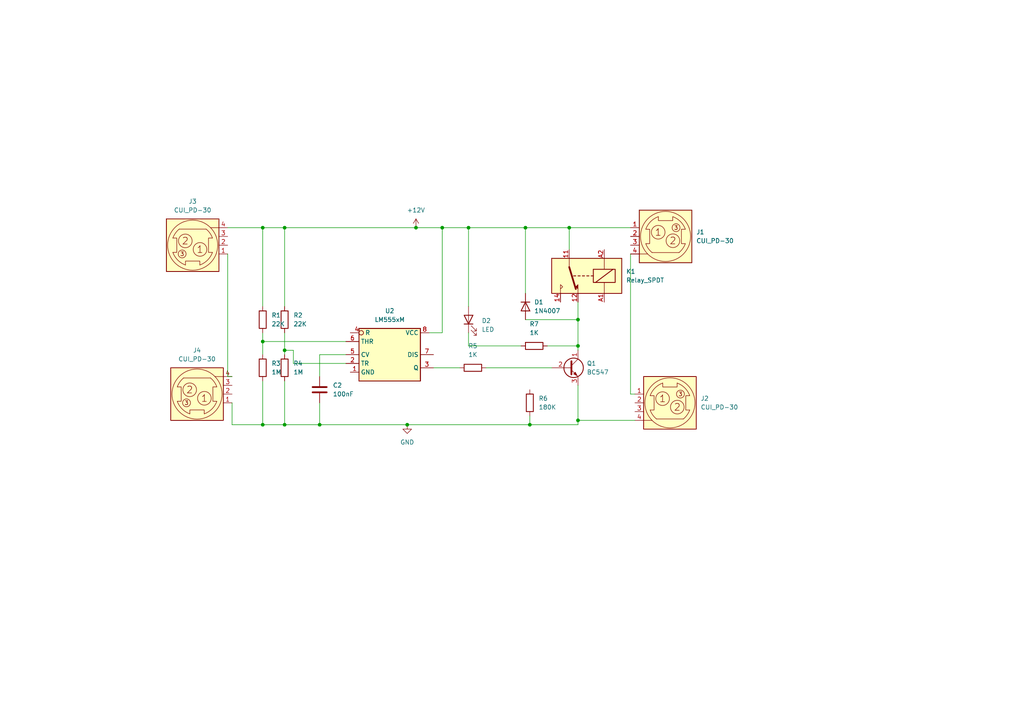
<source format=kicad_sch>
(kicad_sch (version 20231120) (generator "eeschema") (generator_version "8.0")
  (paper "A4")
  (title_block (title "AUTOMATIC WATER PUMP CONTROLLER") (date "2024-11-06") (company "MULTIMEDIA UNIVERSITY OF KENYA") (comment 1 "RUUD & TREVOR"))
  (lib_symbols
    (symbol "Connector:CUI_PD-30" (pin_names (offset 1.016) hide)
      (property "Reference" "J" (at 0 -8.89 0))
      (property "Value" "CUI_PD-30" (at 0 -10.795 0))
      (symbol "CUI_PD-30_0_1"
        (rectangle (start -7.62 -7.62) (end 7.62 7.62) (stroke (width 0.254)) (fill (type background)))
        (arc (start -5.7404 -2.0828) (mid -5.0018 -3.5032) (end -3.9116 -4.6736))
        (circle (center -2.1336 1.2192) (radius 1.9812))
        (arc (start -2.0828 5.7404) (mid -4.318 4.318) (end -5.7404 2.0828))
        (polyline (pts (xy -7.62 -5.08) (xy -5.1816 -5.08)))
        (polyline (pts (xy -3.9116 -4.6736) (xy 3.9116 -4.6736)))
        (polyline (pts (xy -5.7404 2.0828) (xy -4.5974 2.0828) (xy -4.5974 -2.0828) (xy -5.7404 -2.0828)))
        (polyline (pts (xy 2.0828 5.7404) (xy 2.0828 4.5974) (xy -2.0828 4.5974) (xy -2.0828 5.7404)))
        (polyline (pts (xy 5.7404 -2.0828) (xy 4.5974 -2.0828) (xy 4.5974 2.0828) (xy 5.7404 2.0828)))
        (circle (center 0 0) (radius 7.2644))
        (circle (center 2.1336 -1.2446) (radius 1.9812))
        (circle (center 3.048 2.54) (radius 1.143))
        (arc (start 3.9116 -4.6736) (mid 4.9919 -3.4963) (end 5.7404 -2.0828))
        (arc (start 5.7404 2.0828) (mid 4.318 4.318) (end 2.0828 5.7404))
        (text "1" (at -2.1336 1.2192 0) (effects (font (size 1.9812 1.9812))))
        (text "2" (at 2.1336 -1.2446 0) (effects (font (size 1.9812 1.9812))))
        (text "3" (at 3.048 2.54 0) (effects (font (size 1.143 1.143))))
      )
      (symbol "CUI_PD-30_1_1"
        (pin passive line (at -10.16 2.54 0) (length 2.54) (name "1") (number "1"))
        (pin passive line (at -10.16 0 0) (length 2.54) (name "2") (number "2"))
        (pin passive line (at -10.16 -2.54 0) (length 2.54) (name "3") (number "3"))
        (pin passive line (at -10.16 -5.08 0) (length 2.54) (name "Shield") (number "4"))
      )
    )
    (symbol "Device:C" (pin_numbers hide) (pin_names (offset 0.254))
      (property "Reference" "C" (at 0.635 2.54 0))
      (property "Value" "C" (at 0.635 -2.54 0))
      (symbol "C_0_1"
        (polyline (pts (xy -2.032 -0.762) (xy 2.032 -0.762)) (stroke (width 0.508)))
        (polyline (pts (xy -2.032 0.762) (xy 2.032 0.762)) (stroke (width 0.508)))
      )
      (symbol "C_1_1"
        (pin passive line (at 0 3.81 270) (length 2.794) (name "~") (number "1"))
        (pin passive line (at 0 -3.81 90) (length 2.794) (name "~") (number "2"))
      )
    )
    (symbol "Device:LED" (pin_numbers hide) (pin_names (offset 1.016) hide)
      (property "Reference" "D" (at 0 2.54 0))
      (property "Value" "LED" (at 0 -2.54 0))
      (symbol "LED_0_1"
        (polyline (pts (xy -1.27 -1.27) (xy -1.27 1.27)) (stroke (width 0.254)))
        (polyline (pts (xy -1.27 0) (xy 1.27 0)))
        (polyline (pts (xy 1.27 -1.27) (xy 1.27 1.27) (xy -1.27 0) (xy 1.27 -1.27)) (stroke (width 0.254)))
        (polyline (pts (xy -3.048 -0.762) (xy -4.572 -2.286) (xy -3.81 -2.286) (xy -4.572 -2.286) (xy -4.572 -1.524)))
        (polyline (pts (xy -1.778 -0.762) (xy -3.302 -2.286) (xy -2.54 -2.286) (xy -3.302 -2.286) (xy -3.302 -1.524)))
      )
      (symbol "LED_1_1"
        (pin passive line (at -3.81 0 0) (length 2.54) (name "K") (number "1"))
        (pin passive line (at 3.81 0 180) (length 2.54) (name "A") (number "2"))
      )
    )
    (symbol "Device:R" (pin_numbers hide) (pin_names (offset 0))
      (property "Reference" "R" (at 2.032 0 90))
      (property "Value" "R" (at 0 0 90))
      (symbol "R_0_1"
        (rectangle (start -1.016 -2.54) (end 1.016 2.54) (stroke (width 0.254)))
      )
      (symbol "R_1_1"
        (pin passive line (at 0 3.81 270) (length 1.27) (name "~") (number "1"))
        (pin passive line (at 0 -3.81 90) (length 1.27) (name "~") (number "2"))
      )
    )
    (symbol "Diode:1N4007" (pin_numbers hide) (pin_names hide)
      (property "Reference" "D" (at 0 2.54 0))
      (property "Value" "1N4007" (at 0 -2.54 0))
      (symbol "1N4007_0_1"
        (polyline (pts (xy -1.27 1.27) (xy -1.27 -1.27)) (stroke (width 0.254)))
        (polyline (pts (xy 1.27 0) (xy -1.27 0)))
        (polyline (pts (xy 1.27 1.27) (xy 1.27 -1.27) (xy -1.27 0) (xy 1.27 1.27)) (stroke (width 0.254)))
      )
      (symbol "1N4007_1_1"
        (pin passive line (at -3.81 0 0) (length 2.54) (name "K") (number "1"))
        (pin passive line (at 3.81 0 180) (length 2.54) (name "A") (number "2"))
      )
    )
    (symbol "Relay:Relay_SPDT"
      (property "Reference" "K" (at 11.43 3.81 0))
      (property "Value" "Relay_SPDT" (at 11.43 1.27 0))
      (symbol "Relay_SPDT_0_0"
        (polyline (pts (xy 7.62 5.08) (xy 7.62 2.54) (xy 6.985 3.175) (xy 7.62 3.81)))
      )
      (symbol "Relay_SPDT_0_1"
        (rectangle (start -10.16 5.08) (end 10.16 -5.08) (stroke (width 0.254)) (fill (type background)))
        (rectangle (start -8.255 1.905) (end -1.905 -1.905) (stroke (width 0.254)))
        (polyline (pts (xy -7.62 -1.905) (xy -2.54 1.905)) (stroke (width 0.254)))
        (polyline (pts (xy -5.08 -5.08) (xy -5.08 -1.905)))
        (polyline (pts (xy -5.08 5.08) (xy -5.08 1.905)))
        (polyline (pts (xy -1.905 0) (xy -1.27 0)) (stroke (width 0.254)))
        (polyline (pts (xy -0.635 0) (xy 0 0)) (stroke (width 0.254)))
        (polyline (pts (xy 0.635 0) (xy 1.27 0)) (stroke (width 0.254)))
        (polyline (pts (xy 1.905 0) (xy 2.54 0)) (stroke (width 0.254)))
        (polyline (pts (xy 3.175 0) (xy 3.81 0)) (stroke (width 0.254)))
        (polyline (pts (xy 5.08 -2.54) (xy 3.175 3.81)) (stroke (width 0.508)))
        (polyline (pts (xy 5.08 -2.54) (xy 5.08 -5.08)))
        (polyline (pts (xy 2.54 5.08) (xy 2.54 2.54) (xy 3.175 3.175) (xy 2.54 3.81)) (fill (type outline)))
      )
      (symbol "Relay_SPDT_1_1"
        (pin passive line (at 5.08 -7.62 90) (length 2.54) (name "~") (number "11"))
        (pin passive line (at 2.54 7.62 270) (length 2.54) (name "~") (number "12"))
        (pin passive line (at 7.62 7.62 270) (length 2.54) (name "~") (number "14"))
        (pin passive line (at -5.08 7.62 270) (length 2.54) (name "~") (number "A1"))
        (pin passive line (at -5.08 -7.62 90) (length 2.54) (name "~") (number "A2"))
      )
    )
    (symbol "Timer:LM555xM"
      (property "Reference" "U1" (at 5.4962 -13.97 90))
      (property "Value" "LM555xM" (at 2.9562 -13.97 90))
      (symbol "LM555xM_0_0"
        (pin power_in line (at -11.43 -5.08 0) (length 2.54) (name "GND") (number "1"))
        (pin power_in line (at 11.43 6.35 180) (length 2.54) (name "VCC") (number "8"))
      )
      (symbol "LM555xM_0_1"
        (rectangle (start -8.89 -7.62) (end 8.89 7.62) (stroke (width 0.254)) (fill (type background)))
        (rectangle (start -8.89 7.62) (end 8.89 -7.62) (stroke (width 0.254)) (fill (type background)))
      )
      (symbol "LM555xM_1_1"
        (pin input line (at -12.7 -2.54 0) (length 3.81) (name "TR") (number "2"))
        (pin output line (at 12.7 -3.81 180) (length 3.81) (name "Q") (number "3"))
        (pin input inverted (at -11.43 6.35 0) (length 3.81) (name "R") (number "4"))
        (pin input line (at -12.7 0 0) (length 3.81) (name "CV") (number "5"))
        (pin input line (at -12.7 3.81 0) (length 3.81) (name "THR") (number "6"))
        (pin input line (at 12.7 0 180) (length 3.81) (name "DIS") (number "7"))
      )
    )
    (symbol "Transistor_BJT:BC547" (pin_names (offset 0) hide)
      (property "Reference" "Q" (at 5.08 1.905 0))
      (property "Value" "BC547" (at 5.08 0 0))
      (symbol "BC547_0_1"
        (polyline (pts (xy 0 0) (xy 0.635 0)))
        (polyline (pts (xy 0.635 0.635) (xy 2.54 2.54)))
        (polyline (pts (xy 0.635 -0.635) (xy 2.54 -2.54) (xy 2.54 -2.54)))
        (polyline (pts (xy 0.635 1.905) (xy 0.635 -1.905) (xy 0.635 -1.905)) (stroke (width 0.508)))
        (polyline (pts (xy 1.27 -1.778) (xy 1.778 -1.27) (xy 2.286 -2.286) (xy 1.27 -1.778) (xy 1.27 -1.778)) (fill (type outline)))
        (circle (center 1.27 0) (radius 2.8194) (stroke (width 0.254)))
      )
      (symbol "BC547_1_1"
        (pin passive line (at 2.54 5.08 270) (length 2.54) (name "C") (number "1"))
        (pin input line (at -5.08 0 0) (length 5.08) (name "B") (number "2"))
        (pin passive line (at 2.54 -5.08 90) (length 2.54) (name "E") (number "3"))
      )
    )
    (symbol "power:+12V" (power) (pin_numbers hide) (pin_names (offset 0) hide)
      (property "Value" "+12V" (at 0 3.556 0))
      (symbol "+12V_0_1"
        (polyline (pts (xy -0.762 1.27) (xy 0 2.54)))
        (polyline (pts (xy 0 0) (xy 0 2.54)))
        (polyline (pts (xy 0 2.54) (xy 0.762 1.27)))
      )
      (symbol "+12V_1_1"
        (pin power_in line (at 0 0 90) (length 0) (name "~") (number "1"))
      )
    )
    (symbol "power:GND" (power) (pin_numbers hide) (pin_names (offset 0) hide)
      (property "Value" "GND" (at 0 -3.81 0))
      (symbol "GND_0_1"
        (polyline (pts (xy 0 0) (xy 0 -1.27) (xy 1.27 -1.27) (xy 0 -2.54) (xy -1.27 -1.27) (xy 0 -1.27)))
      )
      (symbol "GND_1_1"
        (pin power_in line (at 0 0 270) (length 0) (name "~") (number "1"))
      )
    )
  )
  (junction (at 152.4 66.04))
  (junction (at 76.2 123.19))
  (junction (at 167.64 100.33))
  (junction (at 167.64 121.92))
  (junction (at 153.67 123.19))
  (junction (at 118.11 123.19))
  (junction (at 82.55 123.19))
  (junction (at 167.64 92.71))
  (junction (at 82.55 101.6))
  (junction (at 76.2 66.04))
  (junction (at 76.2 99.06))
  (junction (at 165.1 66.04))
  (junction (at 120.65 66.04))
  (junction (at 128.27 66.04))
  (junction (at 82.55 66.04))
  (junction (at 92.71 123.19))
  (junction (at 135.89 66.04))
  (wire (pts (xy 167.64 92.71) (xy 167.64 100.33)))
  (wire (pts (xy 100.33 105.41) (xy 85.09 105.41)))
  (wire (pts (xy 66.04 109.22) (xy 67.31 109.22)))
  (wire (pts (xy 76.2 96.52) (xy 76.2 99.06)))
  (wire (pts (xy 152.4 85.09) (xy 152.4 66.04)))
  (wire (pts (xy 92.71 123.19) (xy 118.11 123.19)))
  (wire (pts (xy 167.64 87.63) (xy 167.64 92.71)))
  (wire (pts (xy 82.55 110.49) (xy 82.55 123.19)))
  (wire (pts (xy 76.2 99.06) (xy 76.2 102.87)))
  (wire (pts (xy 92.71 116.84) (xy 92.71 123.19)))
  (wire (pts (xy 135.89 66.04) (xy 152.4 66.04)))
  (wire (pts (xy 135.89 100.33) (xy 151.13 100.33)))
  (wire (pts (xy 167.64 123.19) (xy 153.67 123.19)))
  (wire (pts (xy 128.27 96.52) (xy 128.27 66.04)))
  (wire (pts (xy 76.2 66.04) (xy 82.55 66.04)))
  (wire (pts (xy 184.15 121.92) (xy 167.64 121.92)))
  (wire (pts (xy 135.89 96.52) (xy 135.89 100.33)))
  (wire (pts (xy 82.55 123.19) (xy 92.71 123.19)))
  (wire (pts (xy 76.2 110.49) (xy 76.2 123.19)))
  (wire (pts (xy 82.55 96.52) (xy 82.55 101.6)))
  (wire (pts (xy 66.04 73.66) (xy 66.04 109.22)))
  (wire (pts (xy 120.65 66.04) (xy 128.27 66.04)))
  (wire (pts (xy 153.67 120.65) (xy 153.67 123.19)))
  (wire (pts (xy 152.4 92.71) (xy 167.64 92.71)))
  (wire (pts (xy 182.88 73.66) (xy 182.88 114.3)))
  (wire (pts (xy 165.1 66.04) (xy 165.1 72.39)))
  (wire (pts (xy 67.31 116.84) (xy 67.31 123.19)))
  (wire (pts (xy 165.1 66.04) (xy 182.88 66.04)))
  (wire (pts (xy 85.09 105.41) (xy 85.09 101.6)))
  (wire (pts (xy 152.4 66.04) (xy 165.1 66.04)))
  (wire (pts (xy 153.67 123.19) (xy 118.11 123.19)))
  (wire (pts (xy 67.31 123.19) (xy 76.2 123.19)))
  (wire (pts (xy 135.89 88.9) (xy 135.89 66.04)))
  (wire (pts (xy 76.2 123.19) (xy 82.55 123.19)))
  (wire (pts (xy 76.2 66.04) (xy 76.2 88.9)))
  (wire (pts (xy 124.46 96.52) (xy 128.27 96.52)))
  (wire (pts (xy 66.04 66.04) (xy 76.2 66.04)))
  (wire (pts (xy 82.55 101.6) (xy 82.55 102.87)))
  (wire (pts (xy 92.71 102.87) (xy 92.71 109.22)))
  (wire (pts (xy 140.97 106.68) (xy 160.02 106.68)))
  (wire (pts (xy 167.64 121.92) (xy 167.64 123.19)))
  (wire (pts (xy 128.27 66.04) (xy 135.89 66.04)))
  (wire (pts (xy 167.64 111.76) (xy 167.64 121.92)))
  (wire (pts (xy 76.2 99.06) (xy 100.33 99.06)))
  (wire (pts (xy 82.55 66.04) (xy 120.65 66.04)))
  (wire (pts (xy 85.09 101.6) (xy 82.55 101.6)))
  (wire (pts (xy 100.33 102.87) (xy 92.71 102.87)))
  (wire (pts (xy 158.75 100.33) (xy 167.64 100.33)))
  (wire (pts (xy 125.73 106.68) (xy 133.35 106.68)))
  (wire (pts (xy 82.55 66.04) (xy 82.55 88.9)))
  (wire (pts (xy 182.88 114.3) (xy 184.15 114.3)))
  (wire (pts (xy 167.64 100.33) (xy 167.64 101.6)))
  (symbol (lib_id "Device:R") (at 153.67 116.84 180) (unit 1)
    (property "Reference" "R6" (at 156.21 115.5699 0) (effects (justify right)))
    (property "Value" "180K" (at 156.21 118.1099 0) (effects (justify right)))
    (property "Footprint" "Resistor_THT:R_Axial_DIN0204_L3.6mm_D1.6mm_P5.08mm_Horizontal" (effects (hide yes)))
    (property "Description" "Resistor" (effects (hide yes)))
  )
  (symbol (lib_id "Connector:CUI_PD-30") (at 55.88 71.12 180) (unit 1)
    (property "Reference" "J3" (at 55.88 58.42 0))
    (property "Value" "CUI_PD-30" (at 55.88 60.96 0))
    (property "Footprint" "Connector:CUI_PD-30" (effects (hide yes)))
    (property "Datasheet" "http://www.cui.com/product/resource/pd-30.pdf" (effects (hide yes)))
    (property "Description" "3 pin connector, PD-30" (effects (hide yes)))
  )
  (symbol (lib_id "Device:R") (at 82.55 106.68 0) (unit 1)
    (property "Reference" "R4" (at 85.09 105.4099 0) (effects (justify left)))
    (property "Value" "1M" (at 85.09 107.9499 0) (effects (justify left)))
    (property "Footprint" "Resistor_THT:R_Axial_DIN0204_L3.6mm_D1.6mm_P5.08mm_Horizontal" (effects (hide yes)))
    (property "Description" "Resistor" (effects (hide yes)))
  )
  (symbol (lib_id "Device:C") (at 92.71 113.03 0) (unit 1)
    (property "Reference" "C2" (at 96.52 111.7599 0) (effects (justify left)))
    (property "Value" "100nF" (at 96.52 114.2999 0) (effects (justify left)))
    (property "Footprint" "Capacitor_THT:CP_Axial_L29.0mm_D13.0mm_P35.00mm_Horizontal" (effects (hide yes)))
    (property "Description" "Unpolarized capacitor" (effects (hide yes)))
  )
  (symbol (lib_id "Connector:CUI_PD-30") (at 193.04 68.58 0) (unit 1)
    (property "Reference" "J1" (at 201.93 67.3099 0) (effects (justify left)))
    (property "Value" "CUI_PD-30" (at 201.93 69.8499 0) (effects (justify left)))
    (property "Footprint" "Connector:CUI_PD-30" (effects (hide yes)))
    (property "Datasheet" "http://www.cui.com/product/resource/pd-30.pdf" (effects (hide yes)))
    (property "Description" "3 pin connector, PD-30" (effects (hide yes)))
  )
  (symbol (lib_id "Device:R") (at 76.2 92.71 0) (unit 1)
    (property "Reference" "R1" (at 78.74 91.4399 0) (effects (justify left)))
    (property "Value" "22K" (at 78.74 93.9799 0) (effects (justify left)))
    (property "Footprint" "Resistor_THT:R_Axial_DIN0204_L3.6mm_D1.6mm_P5.08mm_Horizontal" (effects (hide yes)))
    (property "Description" "Resistor" (effects (hide yes)))
  )
  (symbol (lib_id "Transistor_BJT:BC547") (at 165.1 106.68 0) (unit 1)
    (property "Reference" "Q1" (at 170.18 105.4099 0) (effects (justify left)))
    (property "Value" "BC547" (at 170.18 107.9499 0) (effects (justify left)))
    (property "Footprint" "Package_TO_SOT_THT:TO-92_Inline" (effects (hide yes)))
    (property "Datasheet" "https://www.onsemi.com/pub/Collateral/BC550-D.pdf" (effects (hide yes)))
    (property "Description" "0.1A Ic, 45V Vce, Small Signal NPN Transistor, TO-92" (effects (hide yes)))
  )
  (symbol (lib_id "power:GND") (at 118.11 123.19 0) (unit 1)
    (property "Reference" "#PWR02" (effects (hide yes)))
    (property "Value" "GND" (at 118.11 128.27 0))
    (property "Description" "Power symbol creates a global label with name \"GND\" , ground" (effects (hide yes)))
  )
  (symbol (lib_id "Timer:LM555xM") (at 113.03 102.87 0) (unit 1)
    (property "Reference" "U2" (at 113.03 90.17 0))
    (property "Value" "LM555xM" (at 113.03 92.71 0))
    (property "Footprint" "Package_SO:SOIC-8_3.9x4.9mm_P1.27mm" (effects (hide yes)))
    (property "Datasheet" "http://www.ti.com/lit/ds/symlink/lm555.pdf" (effects (hide yes)))
    (property "Description" "Timer, 555 compatible, SOIC-8" (effects (hide yes)))
  )
  (symbol (lib_id "Device:R") (at 154.94 100.33 90) (unit 1)
    (property "Reference" "R7" (at 154.94 93.98 90))
    (property "Value" "1K" (at 154.94 96.52 90))
    (property "Footprint" "Resistor_THT:R_Axial_DIN0204_L3.6mm_D1.6mm_P5.08mm_Horizontal" (effects (hide yes)))
    (property "Description" "Resistor" (effects (hide yes)))
  )
  (symbol (lib_id "Device:R") (at 137.16 106.68 90) (unit 1)
    (property "Reference" "R5" (at 137.16 100.33 90))
    (property "Value" "1K" (at 137.16 102.87 90))
    (property "Footprint" "Resistor_THT:R_Axial_DIN0204_L3.6mm_D1.6mm_P5.08mm_Horizontal" (effects (hide yes)))
    (property "Description" "Resistor" (effects (hide yes)))
  )
  (symbol (lib_id "power:+12V") (at 120.65 66.04 0) (unit 1)
    (property "Reference" "#PWR01" (effects (hide yes)))
    (property "Value" "+12V" (at 120.65 60.96 0))
    (property "Description" "Power symbol creates a global label with name \"+12V\"" (effects (hide yes)))
  )
  (symbol (lib_id "Diode:1N4007") (at 152.4 88.9 270) (unit 1)
    (property "Reference" "D1" (at 154.94 87.6299 90) (effects (justify left)))
    (property "Value" "1N4007" (at 154.94 90.1699 90) (effects (justify left)))
    (property "Footprint" "Diode_THT:D_DO-41_SOD81_P10.16mm_Horizontal" (effects (hide yes)))
    (property "Datasheet" "http://www.vishay.com/docs/88503/1n4001.pdf" (effects (hide yes)))
    (property "Description" "1000V 1A General Purpose Rectifier Diode, DO-41" (effects (hide yes)))
    (property "Sim.Device" "D" (effects (hide yes)))
    (property "Sim.Pins" "1=K 2=A" (effects (hide yes)))
  )
  (symbol (lib_id "Device:R") (at 82.55 92.71 0) (unit 1)
    (property "Reference" "R2" (at 85.09 91.4399 0) (effects (justify left)))
    (property "Value" "22K" (at 85.09 93.9799 0) (effects (justify left)))
    (property "Footprint" "Resistor_THT:R_Axial_DIN0204_L3.6mm_D1.6mm_P5.08mm_Horizontal" (effects (hide yes)))
    (property "Description" "Resistor" (effects (hide yes)))
  )
  (symbol (lib_id "Device:LED") (at 135.89 92.71 90) (unit 1)
    (property "Reference" "D2" (at 139.7 93.0274 90) (effects (justify right)))
    (property "Value" "LED" (at 139.7 95.5674 90) (effects (justify right)))
    (property "Footprint" "LED_THT:LED_D3.0mm" (effects (hide yes)))
    (property "Description" "Light emitting diode" (effects (hide yes)))
  )
  (symbol (lib_id "Connector:CUI_PD-30") (at 194.31 116.84 0) (unit 1)
    (property "Reference" "J2" (at 203.2 115.5699 0) (effects (justify left)))
    (property "Value" "CUI_PD-30" (at 203.2 118.1099 0) (effects (justify left)))
    (property "Footprint" "Connector:CUI_PD-30" (effects (hide yes)))
    (property "Datasheet" "http://www.cui.com/product/resource/pd-30.pdf" (effects (hide yes)))
    (property "Description" "3 pin connector, PD-30" (effects (hide yes)))
  )
  (symbol (lib_id "Device:R") (at 76.2 106.68 0) (unit 1)
    (property "Reference" "R3" (at 78.74 105.4099 0) (effects (justify left)))
    (property "Value" "1M" (at 78.74 107.9499 0) (effects (justify left)))
    (property "Footprint" "Resistor_THT:R_Axial_DIN0204_L3.6mm_D1.6mm_P5.08mm_Horizontal" (effects (hide yes)))
    (property "Description" "Resistor" (effects (hide yes)))
  )
  (symbol (lib_id "Connector:CUI_PD-30") (at 57.15 114.3 180) (unit 1)
    (property "Reference" "J4" (at 57.15 101.6 0))
    (property "Value" "CUI_PD-30" (at 57.15 104.14 0))
    (property "Footprint" "Connector:CUI_PD-30" (effects (hide yes)))
    (property "Datasheet" "http://www.cui.com/product/resource/pd-30.pdf" (effects (hide yes)))
    (property "Description" "3 pin connector, PD-30" (effects (hide yes)))
  )
  (symbol (lib_id "Relay:Relay_SPDT") (at 170.18 80.01 180) (unit 1)
    (property "Reference" "K1" (at 181.61 78.7399 0) (effects (justify right)))
    (property "Value" "Relay_SPDT" (at 181.61 81.2799 0) (effects (justify right)))
    (property "Footprint" "Relay_THT:Relay_DPDT_Finder_30.22" (effects (hide yes)))
    (property "Description" "Monostable Relay SPDT, EN50005" (effects (hide yes)))
  )
)
</source>
